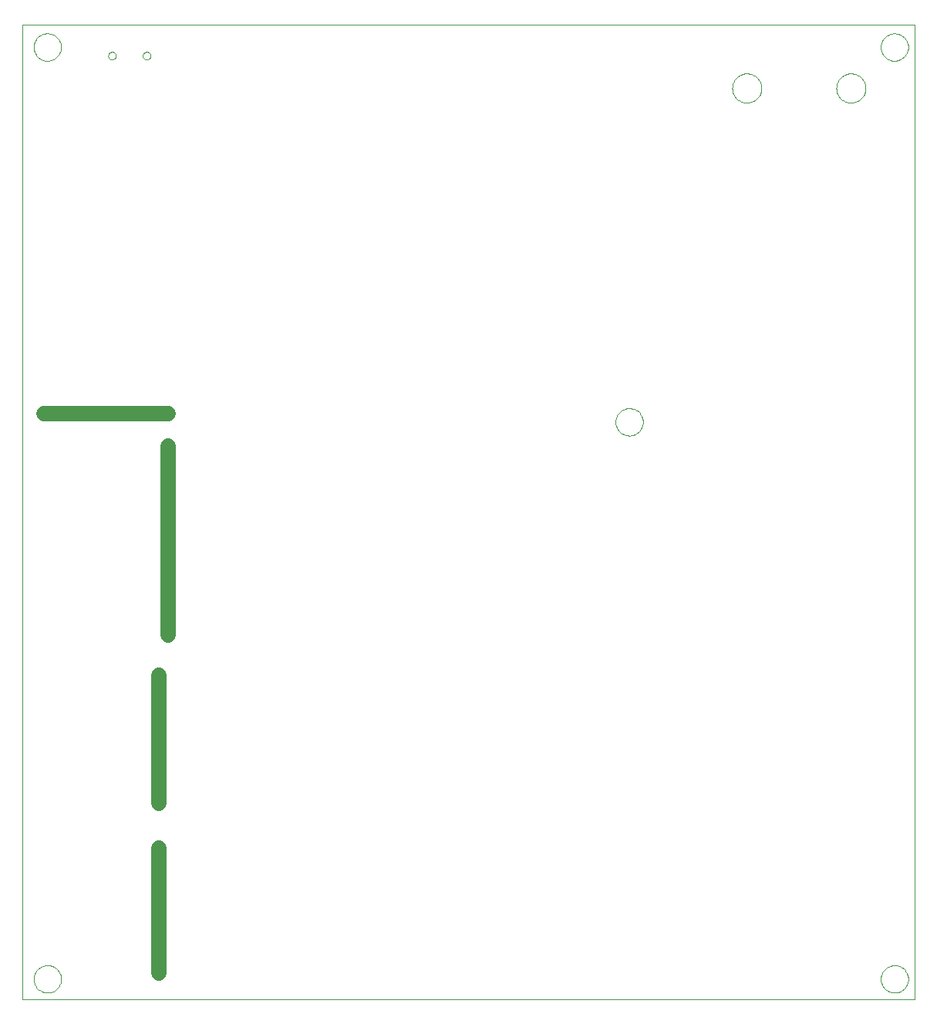
<source format=gm1>
G75*
G70*
%OFA0B0*%
%FSLAX24Y24*%
%IPPOS*%
%LPD*%
%AMOC8*
5,1,8,0,0,1.08239X$1,22.5*
%
%ADD10C,0.0000*%
%ADD11C,0.0004*%
%ADD12C,0.0660*%
D10*
X002971Y001207D02*
X041554Y001207D01*
X041554Y043333D01*
X002971Y043333D01*
X002971Y001207D01*
X003463Y002093D02*
X003465Y002141D01*
X003471Y002189D01*
X003481Y002236D01*
X003494Y002282D01*
X003512Y002327D01*
X003532Y002371D01*
X003557Y002413D01*
X003585Y002452D01*
X003615Y002489D01*
X003649Y002523D01*
X003686Y002555D01*
X003724Y002584D01*
X003765Y002609D01*
X003808Y002631D01*
X003853Y002649D01*
X003899Y002663D01*
X003946Y002674D01*
X003994Y002681D01*
X004042Y002684D01*
X004090Y002683D01*
X004138Y002678D01*
X004186Y002669D01*
X004232Y002657D01*
X004277Y002640D01*
X004321Y002620D01*
X004363Y002597D01*
X004403Y002570D01*
X004441Y002540D01*
X004476Y002507D01*
X004508Y002471D01*
X004538Y002433D01*
X004564Y002392D01*
X004586Y002349D01*
X004606Y002305D01*
X004621Y002260D01*
X004633Y002213D01*
X004641Y002165D01*
X004645Y002117D01*
X004645Y002069D01*
X004641Y002021D01*
X004633Y001973D01*
X004621Y001926D01*
X004606Y001881D01*
X004586Y001837D01*
X004564Y001794D01*
X004538Y001753D01*
X004508Y001715D01*
X004476Y001679D01*
X004441Y001646D01*
X004403Y001616D01*
X004363Y001589D01*
X004321Y001566D01*
X004277Y001546D01*
X004232Y001529D01*
X004186Y001517D01*
X004138Y001508D01*
X004090Y001503D01*
X004042Y001502D01*
X003994Y001505D01*
X003946Y001512D01*
X003899Y001523D01*
X003853Y001537D01*
X003808Y001555D01*
X003765Y001577D01*
X003724Y001602D01*
X003686Y001631D01*
X003649Y001663D01*
X003615Y001697D01*
X003585Y001734D01*
X003557Y001773D01*
X003532Y001815D01*
X003512Y001859D01*
X003494Y001904D01*
X003481Y001950D01*
X003471Y001997D01*
X003465Y002045D01*
X003463Y002093D01*
X028611Y026158D02*
X028613Y026206D01*
X028619Y026254D01*
X028629Y026301D01*
X028642Y026347D01*
X028660Y026392D01*
X028680Y026436D01*
X028705Y026478D01*
X028733Y026517D01*
X028763Y026554D01*
X028797Y026588D01*
X028834Y026620D01*
X028872Y026649D01*
X028913Y026674D01*
X028956Y026696D01*
X029001Y026714D01*
X029047Y026728D01*
X029094Y026739D01*
X029142Y026746D01*
X029190Y026749D01*
X029238Y026748D01*
X029286Y026743D01*
X029334Y026734D01*
X029380Y026722D01*
X029425Y026705D01*
X029469Y026685D01*
X029511Y026662D01*
X029551Y026635D01*
X029589Y026605D01*
X029624Y026572D01*
X029656Y026536D01*
X029686Y026498D01*
X029712Y026457D01*
X029734Y026414D01*
X029754Y026370D01*
X029769Y026325D01*
X029781Y026278D01*
X029789Y026230D01*
X029793Y026182D01*
X029793Y026134D01*
X029789Y026086D01*
X029781Y026038D01*
X029769Y025991D01*
X029754Y025946D01*
X029734Y025902D01*
X029712Y025859D01*
X029686Y025818D01*
X029656Y025780D01*
X029624Y025744D01*
X029589Y025711D01*
X029551Y025681D01*
X029511Y025654D01*
X029469Y025631D01*
X029425Y025611D01*
X029380Y025594D01*
X029334Y025582D01*
X029286Y025573D01*
X029238Y025568D01*
X029190Y025567D01*
X029142Y025570D01*
X029094Y025577D01*
X029047Y025588D01*
X029001Y025602D01*
X028956Y025620D01*
X028913Y025642D01*
X028872Y025667D01*
X028834Y025696D01*
X028797Y025728D01*
X028763Y025762D01*
X028733Y025799D01*
X028705Y025838D01*
X028680Y025880D01*
X028660Y025924D01*
X028642Y025969D01*
X028629Y026015D01*
X028619Y026062D01*
X028613Y026110D01*
X028611Y026158D01*
X033654Y040578D02*
X033656Y040628D01*
X033662Y040678D01*
X033672Y040727D01*
X033686Y040775D01*
X033703Y040822D01*
X033724Y040867D01*
X033749Y040911D01*
X033777Y040952D01*
X033809Y040991D01*
X033843Y041028D01*
X033880Y041062D01*
X033920Y041092D01*
X033962Y041119D01*
X034006Y041143D01*
X034052Y041164D01*
X034099Y041180D01*
X034147Y041193D01*
X034197Y041202D01*
X034246Y041207D01*
X034297Y041208D01*
X034347Y041205D01*
X034396Y041198D01*
X034445Y041187D01*
X034493Y041172D01*
X034539Y041154D01*
X034584Y041132D01*
X034627Y041106D01*
X034668Y041077D01*
X034707Y041045D01*
X034743Y041010D01*
X034775Y040972D01*
X034805Y040932D01*
X034832Y040889D01*
X034855Y040845D01*
X034874Y040799D01*
X034890Y040751D01*
X034902Y040702D01*
X034910Y040653D01*
X034914Y040603D01*
X034914Y040553D01*
X034910Y040503D01*
X034902Y040454D01*
X034890Y040405D01*
X034874Y040357D01*
X034855Y040311D01*
X034832Y040267D01*
X034805Y040224D01*
X034775Y040184D01*
X034743Y040146D01*
X034707Y040111D01*
X034668Y040079D01*
X034627Y040050D01*
X034584Y040024D01*
X034539Y040002D01*
X034493Y039984D01*
X034445Y039969D01*
X034396Y039958D01*
X034347Y039951D01*
X034297Y039948D01*
X034246Y039949D01*
X034197Y039954D01*
X034147Y039963D01*
X034099Y039976D01*
X034052Y039992D01*
X034006Y040013D01*
X033962Y040037D01*
X033920Y040064D01*
X033880Y040094D01*
X033843Y040128D01*
X033809Y040165D01*
X033777Y040204D01*
X033749Y040245D01*
X033724Y040289D01*
X033703Y040334D01*
X033686Y040381D01*
X033672Y040429D01*
X033662Y040478D01*
X033656Y040528D01*
X033654Y040578D01*
X038154Y040578D02*
X038156Y040628D01*
X038162Y040678D01*
X038172Y040727D01*
X038186Y040775D01*
X038203Y040822D01*
X038224Y040867D01*
X038249Y040911D01*
X038277Y040952D01*
X038309Y040991D01*
X038343Y041028D01*
X038380Y041062D01*
X038420Y041092D01*
X038462Y041119D01*
X038506Y041143D01*
X038552Y041164D01*
X038599Y041180D01*
X038647Y041193D01*
X038697Y041202D01*
X038746Y041207D01*
X038797Y041208D01*
X038847Y041205D01*
X038896Y041198D01*
X038945Y041187D01*
X038993Y041172D01*
X039039Y041154D01*
X039084Y041132D01*
X039127Y041106D01*
X039168Y041077D01*
X039207Y041045D01*
X039243Y041010D01*
X039275Y040972D01*
X039305Y040932D01*
X039332Y040889D01*
X039355Y040845D01*
X039374Y040799D01*
X039390Y040751D01*
X039402Y040702D01*
X039410Y040653D01*
X039414Y040603D01*
X039414Y040553D01*
X039410Y040503D01*
X039402Y040454D01*
X039390Y040405D01*
X039374Y040357D01*
X039355Y040311D01*
X039332Y040267D01*
X039305Y040224D01*
X039275Y040184D01*
X039243Y040146D01*
X039207Y040111D01*
X039168Y040079D01*
X039127Y040050D01*
X039084Y040024D01*
X039039Y040002D01*
X038993Y039984D01*
X038945Y039969D01*
X038896Y039958D01*
X038847Y039951D01*
X038797Y039948D01*
X038746Y039949D01*
X038697Y039954D01*
X038647Y039963D01*
X038599Y039976D01*
X038552Y039992D01*
X038506Y040013D01*
X038462Y040037D01*
X038420Y040064D01*
X038380Y040094D01*
X038343Y040128D01*
X038309Y040165D01*
X038277Y040204D01*
X038249Y040245D01*
X038224Y040289D01*
X038203Y040334D01*
X038186Y040381D01*
X038172Y040429D01*
X038162Y040478D01*
X038156Y040528D01*
X038154Y040578D01*
X040077Y042349D02*
X040079Y042397D01*
X040085Y042445D01*
X040095Y042492D01*
X040108Y042538D01*
X040126Y042583D01*
X040146Y042627D01*
X040171Y042669D01*
X040199Y042708D01*
X040229Y042745D01*
X040263Y042779D01*
X040300Y042811D01*
X040338Y042840D01*
X040379Y042865D01*
X040422Y042887D01*
X040467Y042905D01*
X040513Y042919D01*
X040560Y042930D01*
X040608Y042937D01*
X040656Y042940D01*
X040704Y042939D01*
X040752Y042934D01*
X040800Y042925D01*
X040846Y042913D01*
X040891Y042896D01*
X040935Y042876D01*
X040977Y042853D01*
X041017Y042826D01*
X041055Y042796D01*
X041090Y042763D01*
X041122Y042727D01*
X041152Y042689D01*
X041178Y042648D01*
X041200Y042605D01*
X041220Y042561D01*
X041235Y042516D01*
X041247Y042469D01*
X041255Y042421D01*
X041259Y042373D01*
X041259Y042325D01*
X041255Y042277D01*
X041247Y042229D01*
X041235Y042182D01*
X041220Y042137D01*
X041200Y042093D01*
X041178Y042050D01*
X041152Y042009D01*
X041122Y041971D01*
X041090Y041935D01*
X041055Y041902D01*
X041017Y041872D01*
X040977Y041845D01*
X040935Y041822D01*
X040891Y041802D01*
X040846Y041785D01*
X040800Y041773D01*
X040752Y041764D01*
X040704Y041759D01*
X040656Y041758D01*
X040608Y041761D01*
X040560Y041768D01*
X040513Y041779D01*
X040467Y041793D01*
X040422Y041811D01*
X040379Y041833D01*
X040338Y041858D01*
X040300Y041887D01*
X040263Y041919D01*
X040229Y041953D01*
X040199Y041990D01*
X040171Y042029D01*
X040146Y042071D01*
X040126Y042115D01*
X040108Y042160D01*
X040095Y042206D01*
X040085Y042253D01*
X040079Y042301D01*
X040077Y042349D01*
X008178Y041975D02*
X008180Y042000D01*
X008186Y042025D01*
X008195Y042049D01*
X008208Y042071D01*
X008225Y042091D01*
X008244Y042108D01*
X008265Y042122D01*
X008289Y042132D01*
X008313Y042139D01*
X008339Y042142D01*
X008364Y042141D01*
X008389Y042136D01*
X008413Y042127D01*
X008436Y042115D01*
X008456Y042100D01*
X008474Y042081D01*
X008489Y042060D01*
X008500Y042037D01*
X008508Y042013D01*
X008512Y041988D01*
X008512Y041962D01*
X008508Y041937D01*
X008500Y041913D01*
X008489Y041890D01*
X008474Y041869D01*
X008456Y041850D01*
X008436Y041835D01*
X008413Y041823D01*
X008389Y041814D01*
X008364Y041809D01*
X008339Y041808D01*
X008313Y041811D01*
X008289Y041818D01*
X008265Y041828D01*
X008244Y041842D01*
X008225Y041859D01*
X008208Y041879D01*
X008195Y041901D01*
X008186Y041925D01*
X008180Y041950D01*
X008178Y041975D01*
X006682Y041975D02*
X006684Y042000D01*
X006690Y042025D01*
X006699Y042049D01*
X006712Y042071D01*
X006729Y042091D01*
X006748Y042108D01*
X006769Y042122D01*
X006793Y042132D01*
X006817Y042139D01*
X006843Y042142D01*
X006868Y042141D01*
X006893Y042136D01*
X006917Y042127D01*
X006940Y042115D01*
X006960Y042100D01*
X006978Y042081D01*
X006993Y042060D01*
X007004Y042037D01*
X007012Y042013D01*
X007016Y041988D01*
X007016Y041962D01*
X007012Y041937D01*
X007004Y041913D01*
X006993Y041890D01*
X006978Y041869D01*
X006960Y041850D01*
X006940Y041835D01*
X006917Y041823D01*
X006893Y041814D01*
X006868Y041809D01*
X006843Y041808D01*
X006817Y041811D01*
X006793Y041818D01*
X006769Y041828D01*
X006748Y041842D01*
X006729Y041859D01*
X006712Y041879D01*
X006699Y041901D01*
X006690Y041925D01*
X006684Y041950D01*
X006682Y041975D01*
X003463Y042349D02*
X003465Y042397D01*
X003471Y042445D01*
X003481Y042492D01*
X003494Y042538D01*
X003512Y042583D01*
X003532Y042627D01*
X003557Y042669D01*
X003585Y042708D01*
X003615Y042745D01*
X003649Y042779D01*
X003686Y042811D01*
X003724Y042840D01*
X003765Y042865D01*
X003808Y042887D01*
X003853Y042905D01*
X003899Y042919D01*
X003946Y042930D01*
X003994Y042937D01*
X004042Y042940D01*
X004090Y042939D01*
X004138Y042934D01*
X004186Y042925D01*
X004232Y042913D01*
X004277Y042896D01*
X004321Y042876D01*
X004363Y042853D01*
X004403Y042826D01*
X004441Y042796D01*
X004476Y042763D01*
X004508Y042727D01*
X004538Y042689D01*
X004564Y042648D01*
X004586Y042605D01*
X004606Y042561D01*
X004621Y042516D01*
X004633Y042469D01*
X004641Y042421D01*
X004645Y042373D01*
X004645Y042325D01*
X004641Y042277D01*
X004633Y042229D01*
X004621Y042182D01*
X004606Y042137D01*
X004586Y042093D01*
X004564Y042050D01*
X004538Y042009D01*
X004508Y041971D01*
X004476Y041935D01*
X004441Y041902D01*
X004403Y041872D01*
X004363Y041845D01*
X004321Y041822D01*
X004277Y041802D01*
X004232Y041785D01*
X004186Y041773D01*
X004138Y041764D01*
X004090Y041759D01*
X004042Y041758D01*
X003994Y041761D01*
X003946Y041768D01*
X003899Y041779D01*
X003853Y041793D01*
X003808Y041811D01*
X003765Y041833D01*
X003724Y041858D01*
X003686Y041887D01*
X003649Y041919D01*
X003615Y041953D01*
X003585Y041990D01*
X003557Y042029D01*
X003532Y042071D01*
X003512Y042115D01*
X003494Y042160D01*
X003481Y042206D01*
X003471Y042253D01*
X003465Y042301D01*
X003463Y042349D01*
X040077Y002093D02*
X040079Y002141D01*
X040085Y002189D01*
X040095Y002236D01*
X040108Y002282D01*
X040126Y002327D01*
X040146Y002371D01*
X040171Y002413D01*
X040199Y002452D01*
X040229Y002489D01*
X040263Y002523D01*
X040300Y002555D01*
X040338Y002584D01*
X040379Y002609D01*
X040422Y002631D01*
X040467Y002649D01*
X040513Y002663D01*
X040560Y002674D01*
X040608Y002681D01*
X040656Y002684D01*
X040704Y002683D01*
X040752Y002678D01*
X040800Y002669D01*
X040846Y002657D01*
X040891Y002640D01*
X040935Y002620D01*
X040977Y002597D01*
X041017Y002570D01*
X041055Y002540D01*
X041090Y002507D01*
X041122Y002471D01*
X041152Y002433D01*
X041178Y002392D01*
X041200Y002349D01*
X041220Y002305D01*
X041235Y002260D01*
X041247Y002213D01*
X041255Y002165D01*
X041259Y002117D01*
X041259Y002069D01*
X041255Y002021D01*
X041247Y001973D01*
X041235Y001926D01*
X041220Y001881D01*
X041200Y001837D01*
X041178Y001794D01*
X041152Y001753D01*
X041122Y001715D01*
X041090Y001679D01*
X041055Y001646D01*
X041017Y001616D01*
X040977Y001589D01*
X040935Y001566D01*
X040891Y001546D01*
X040846Y001529D01*
X040800Y001517D01*
X040752Y001508D01*
X040704Y001503D01*
X040656Y001502D01*
X040608Y001505D01*
X040560Y001512D01*
X040513Y001523D01*
X040467Y001537D01*
X040422Y001555D01*
X040379Y001577D01*
X040338Y001602D01*
X040300Y001631D01*
X040263Y001663D01*
X040229Y001697D01*
X040199Y001734D01*
X040171Y001773D01*
X040146Y001815D01*
X040126Y001859D01*
X040108Y001904D01*
X040095Y001950D01*
X040085Y001997D01*
X040079Y002045D01*
X040077Y002093D01*
D11*
X041554Y001207D02*
X002971Y001207D01*
X002971Y043333D01*
X041554Y043333D01*
X041554Y001207D01*
D12*
X009270Y016956D02*
X009270Y025125D01*
X009270Y026503D02*
X003906Y026503D01*
X008877Y015233D02*
X008877Y009672D01*
X008877Y007753D02*
X008877Y002339D01*
M02*

</source>
